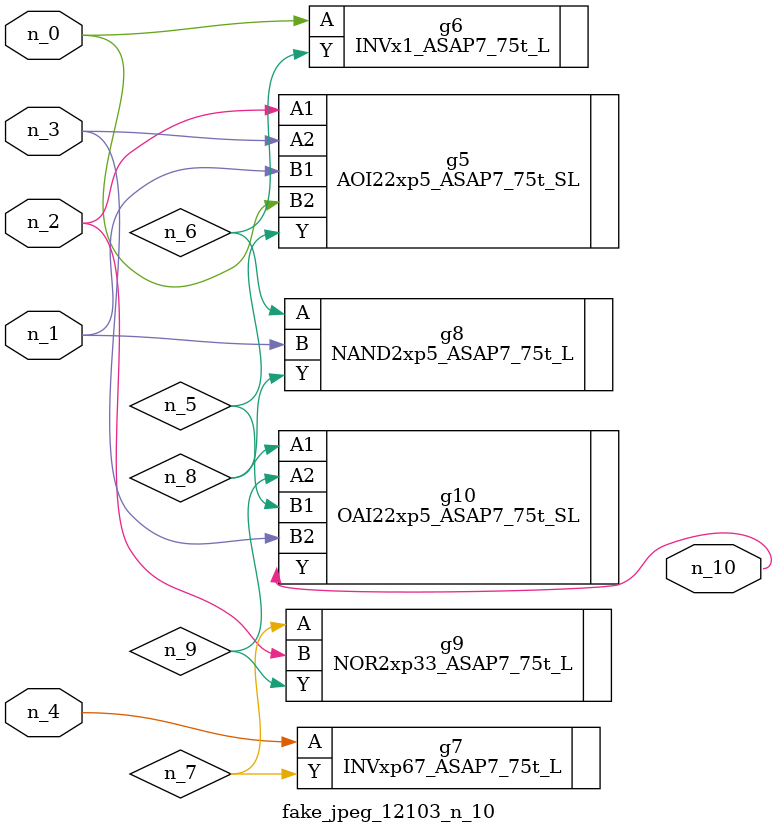
<source format=v>
module fake_jpeg_12103_n_10 (n_3, n_2, n_1, n_0, n_4, n_10);

input n_3;
input n_2;
input n_1;
input n_0;
input n_4;

output n_10;

wire n_8;
wire n_9;
wire n_6;
wire n_5;
wire n_7;

AOI22xp5_ASAP7_75t_SL g5 ( 
.A1(n_2),
.A2(n_3),
.B1(n_1),
.B2(n_0),
.Y(n_5)
);

INVx1_ASAP7_75t_L g6 ( 
.A(n_0),
.Y(n_6)
);

INVxp67_ASAP7_75t_L g7 ( 
.A(n_4),
.Y(n_7)
);

NAND2xp5_ASAP7_75t_L g8 ( 
.A(n_6),
.B(n_1),
.Y(n_8)
);

OAI22xp5_ASAP7_75t_SL g10 ( 
.A1(n_8),
.A2(n_9),
.B1(n_5),
.B2(n_3),
.Y(n_10)
);

NOR2xp33_ASAP7_75t_L g9 ( 
.A(n_7),
.B(n_2),
.Y(n_9)
);


endmodule
</source>
